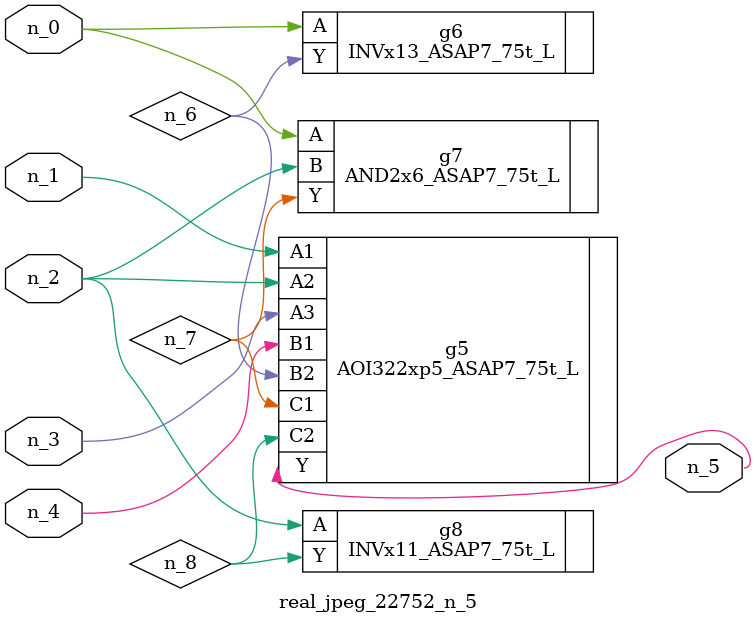
<source format=v>
module real_jpeg_22752_n_5 (n_4, n_0, n_1, n_2, n_3, n_5);

input n_4;
input n_0;
input n_1;
input n_2;
input n_3;

output n_5;

wire n_8;
wire n_6;
wire n_7;

INVx13_ASAP7_75t_L g6 ( 
.A(n_0),
.Y(n_6)
);

AND2x6_ASAP7_75t_L g7 ( 
.A(n_0),
.B(n_2),
.Y(n_7)
);

AOI322xp5_ASAP7_75t_L g5 ( 
.A1(n_1),
.A2(n_2),
.A3(n_3),
.B1(n_4),
.B2(n_6),
.C1(n_7),
.C2(n_8),
.Y(n_5)
);

INVx11_ASAP7_75t_L g8 ( 
.A(n_2),
.Y(n_8)
);


endmodule
</source>
